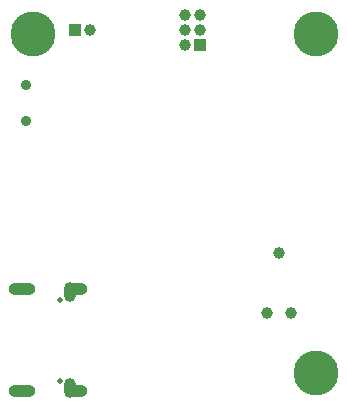
<source format=gbr>
%TF.GenerationSoftware,KiCad,Pcbnew,9.0.1*%
%TF.CreationDate,2025-04-25T01:04:06-07:00*%
%TF.ProjectId,microcouple,6d696372-6f63-46f7-9570-6c652e6b6963,rev?*%
%TF.SameCoordinates,Original*%
%TF.FileFunction,Soldermask,Bot*%
%TF.FilePolarity,Negative*%
%FSLAX46Y46*%
G04 Gerber Fmt 4.6, Leading zero omitted, Abs format (unit mm)*
G04 Created by KiCad (PCBNEW 9.0.1) date 2025-04-25 01:04:06*
%MOMM*%
%LPD*%
G01*
G04 APERTURE LIST*
%ADD10C,0.500000*%
%ADD11O,1.950000X1.000000*%
%ADD12O,2.300000X1.000000*%
%ADD13O,1.000000X1.700000*%
%ADD14C,0.900000*%
%ADD15C,3.800000*%
%ADD16R,1.000000X1.000000*%
%ADD17C,1.000000*%
%ADD18C,0.990600*%
G04 APERTURE END LIST*
D10*
%TO.C,J2*%
X91167500Y-69900000D03*
X91167500Y-76700000D03*
D11*
X92587500Y-68980000D03*
D12*
X87967500Y-68980000D03*
D13*
X92027500Y-69220000D03*
X92027500Y-77350000D03*
D11*
X92587500Y-77620000D03*
D12*
X87967500Y-77620000D03*
%TD*%
D14*
%TO.C,SW2*%
X88300000Y-51700000D03*
X88300000Y-54700000D03*
%TD*%
D15*
%TO.C,H2*%
X112900000Y-47350000D03*
%TD*%
%TO.C,H3*%
X112900000Y-76100000D03*
%TD*%
D16*
%TO.C,J4*%
X103065000Y-48298000D03*
D17*
X101795000Y-48298000D03*
X103065000Y-47028000D03*
X101795000Y-47028000D03*
X103065000Y-45758000D03*
X101795000Y-45758000D03*
%TD*%
D18*
%TO.C,J1*%
X109715000Y-65940000D03*
X110731000Y-71020000D03*
X108699000Y-71020000D03*
%TD*%
D16*
%TO.C,BT1*%
X92455000Y-47050000D03*
D17*
X93725000Y-47050000D03*
%TD*%
D15*
%TO.C,H1*%
X88900000Y-47350000D03*
%TD*%
M02*

</source>
